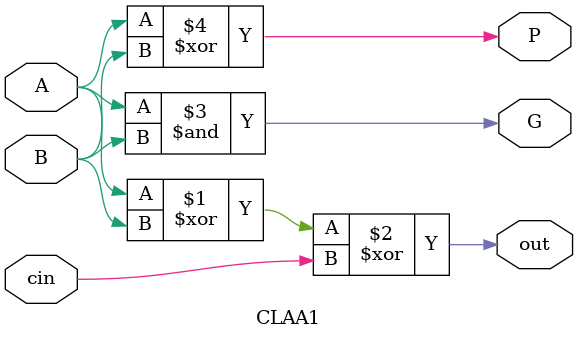
<source format=v>
`timescale 1ns / 1ps


module CLAA1(
    input A, B, cin,
    output P, G, out
    );
    
    assign out = A ^ B ^ cin;
    assign G = A & B;
    assign P = A ^ B;
    
endmodule

</source>
